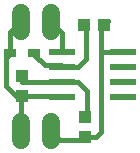
<source format=gbr>
G04 EAGLE Gerber RS-274X export*
G75*
%MOMM*%
%FSLAX34Y34*%
%LPD*%
%INTop Copper*%
%IPPOS*%
%AMOC8*
5,1,8,0,0,1.08239X$1,22.5*%
G01*
%ADD10R,1.000000X0.800000*%
%ADD11R,2.200000X0.600000*%
%ADD12C,1.524000*%
%ADD13R,1.000000X1.100000*%
%ADD14R,1.100000X1.000000*%
%ADD15C,0.406400*%


D10*
X16670Y91440D03*
X36670Y91440D03*
D11*
X60360Y80010D03*
X112360Y80010D03*
X60360Y92710D03*
X60360Y67310D03*
X60360Y54610D03*
X112360Y92710D03*
X112360Y67310D03*
X112360Y54610D03*
D12*
X50800Y110490D02*
X50800Y125730D01*
X25400Y125730D02*
X25400Y110490D01*
X25400Y33020D02*
X25400Y17780D01*
X50800Y17780D02*
X50800Y33020D01*
D13*
X80010Y20710D03*
X80010Y37710D03*
X26670Y55000D03*
X26670Y72000D03*
D14*
X96130Y115570D03*
X79130Y115570D03*
D15*
X80400Y114300D01*
X80400Y86750D01*
X73660Y80010D01*
X60360Y80010D01*
X59090Y81280D02*
X45560Y81280D01*
X36670Y90170D01*
X36670Y91440D01*
X59090Y81280D02*
X60360Y80010D01*
X26670Y72000D02*
X26670Y67310D01*
X60360Y67310D01*
X73660Y67310D01*
X81280Y59690D01*
X81280Y36440D01*
X80010Y37710D01*
X16670Y91440D02*
X15240Y92870D01*
X59970Y55000D02*
X60360Y54610D01*
X59970Y55000D02*
X26670Y55000D01*
X21200Y55000D01*
X12700Y87470D02*
X16670Y91440D01*
X12700Y63500D02*
X21200Y55000D01*
X12700Y63500D02*
X12700Y87470D01*
X26670Y55000D02*
X25400Y53730D01*
X25400Y25400D01*
X16670Y109380D02*
X25400Y118110D01*
X16670Y109380D02*
X16670Y91440D01*
X50800Y118110D02*
X60360Y108550D01*
X60360Y92710D01*
X96130Y115570D02*
X99060Y118500D01*
X96130Y115570D02*
X93590Y113030D01*
X93590Y92710D02*
X112360Y92710D01*
X93590Y93785D02*
X93590Y113030D01*
X50800Y25400D02*
X58420Y17780D01*
X77080Y17780D01*
X80010Y20710D01*
X89290Y20710D01*
X93590Y25010D01*
X93590Y92710D01*
M02*

</source>
